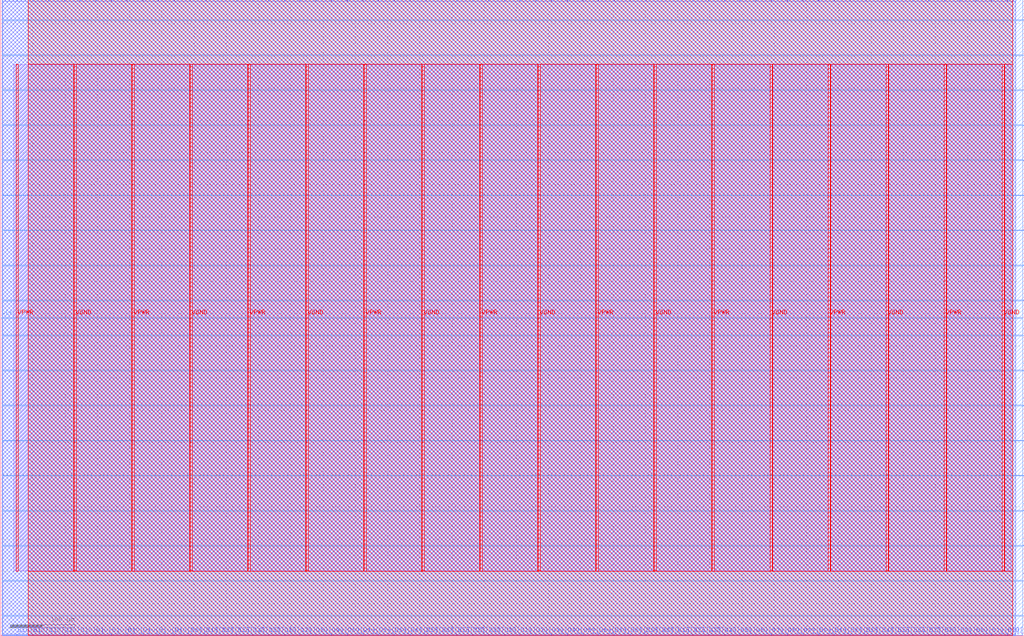
<source format=lef>
VERSION 5.7 ;
  NOWIREEXTENSIONATPIN ON ;
  DIVIDERCHAR "/" ;
  BUSBITCHARS "[]" ;
MACRO RAM512
  CLASS BLOCK ;
  FOREIGN RAM512 ;
  ORIGIN 0.000 0.000 ;
  SIZE 1587.460 BY 987.360 ;
  PIN A0[0]
    DIRECTION INPUT ;
    USE SIGNAL ;
    PORT
      LAYER met3 ;
        RECT 1585.460 520.240 1587.460 520.840 ;
    END
  END A0[0]
  PIN A0[1]
    DIRECTION INPUT ;
    USE SIGNAL ;
    PORT
      LAYER met3 ;
        RECT 1585.460 574.640 1587.460 575.240 ;
    END
  END A0[1]
  PIN A0[2]
    DIRECTION INPUT ;
    USE SIGNAL ;
    PORT
      LAYER met3 ;
        RECT 1585.460 629.040 1587.460 629.640 ;
    END
  END A0[2]
  PIN A0[3]
    DIRECTION INPUT ;
    USE SIGNAL ;
    PORT
      LAYER met3 ;
        RECT 1585.460 683.440 1587.460 684.040 ;
    END
  END A0[3]
  PIN A0[4]
    DIRECTION INPUT ;
    USE SIGNAL ;
    PORT
      LAYER met3 ;
        RECT 1585.460 737.840 1587.460 738.440 ;
    END
  END A0[4]
  PIN A0[5]
    DIRECTION INPUT ;
    USE SIGNAL ;
    PORT
      LAYER met3 ;
        RECT 1585.460 792.240 1587.460 792.840 ;
    END
  END A0[5]
  PIN A0[6]
    DIRECTION INPUT ;
    USE SIGNAL ;
    PORT
      LAYER met3 ;
        RECT 1585.460 846.640 1587.460 847.240 ;
    END
  END A0[6]
  PIN A0[7]
    DIRECTION INPUT ;
    USE SIGNAL ;
    PORT
      LAYER met3 ;
        RECT 1585.460 901.040 1587.460 901.640 ;
    END
  END A0[7]
  PIN A0[8]
    DIRECTION INPUT ;
    USE SIGNAL ;
    PORT
      LAYER met3 ;
        RECT 1585.460 955.440 1587.460 956.040 ;
    END
  END A0[8]
  PIN CLK
    DIRECTION INPUT ;
    USE SIGNAL ;
    PORT
      LAYER met3 ;
        RECT 0.000 493.040 2.000 493.640 ;
    END
  END CLK
  PIN Di0[0]
    DIRECTION INPUT ;
    USE SIGNAL ;
    PORT
      LAYER met2 ;
        RECT 25.390 0.000 25.670 2.000 ;
    END
  END Di0[0]
  PIN Di0[10]
    DIRECTION INPUT ;
    USE SIGNAL ;
    PORT
      LAYER met2 ;
        RECT 269.190 0.000 269.470 2.000 ;
    END
  END Di0[10]
  PIN Di0[11]
    DIRECTION INPUT ;
    USE SIGNAL ;
    PORT
      LAYER met2 ;
        RECT 293.570 0.000 293.850 2.000 ;
    END
  END Di0[11]
  PIN Di0[12]
    DIRECTION INPUT ;
    USE SIGNAL ;
    PORT
      LAYER met2 ;
        RECT 317.950 0.000 318.230 2.000 ;
    END
  END Di0[12]
  PIN Di0[13]
    DIRECTION INPUT ;
    USE SIGNAL ;
    PORT
      LAYER met2 ;
        RECT 342.330 0.000 342.610 2.000 ;
    END
  END Di0[13]
  PIN Di0[14]
    DIRECTION INPUT ;
    USE SIGNAL ;
    PORT
      LAYER met2 ;
        RECT 366.710 0.000 366.990 2.000 ;
    END
  END Di0[14]
  PIN Di0[15]
    DIRECTION INPUT ;
    USE SIGNAL ;
    PORT
      LAYER met2 ;
        RECT 391.090 0.000 391.370 2.000 ;
    END
  END Di0[15]
  PIN Di0[16]
    DIRECTION INPUT ;
    USE SIGNAL ;
    PORT
      LAYER met2 ;
        RECT 415.470 0.000 415.750 2.000 ;
    END
  END Di0[16]
  PIN Di0[17]
    DIRECTION INPUT ;
    USE SIGNAL ;
    PORT
      LAYER met2 ;
        RECT 439.850 0.000 440.130 2.000 ;
    END
  END Di0[17]
  PIN Di0[18]
    DIRECTION INPUT ;
    USE SIGNAL ;
    PORT
      LAYER met2 ;
        RECT 464.230 0.000 464.510 2.000 ;
    END
  END Di0[18]
  PIN Di0[19]
    DIRECTION INPUT ;
    USE SIGNAL ;
    PORT
      LAYER met2 ;
        RECT 488.610 0.000 488.890 2.000 ;
    END
  END Di0[19]
  PIN Di0[1]
    DIRECTION INPUT ;
    USE SIGNAL ;
    PORT
      LAYER met2 ;
        RECT 49.770 0.000 50.050 2.000 ;
    END
  END Di0[1]
  PIN Di0[20]
    DIRECTION INPUT ;
    USE SIGNAL ;
    PORT
      LAYER met2 ;
        RECT 512.990 0.000 513.270 2.000 ;
    END
  END Di0[20]
  PIN Di0[21]
    DIRECTION INPUT ;
    USE SIGNAL ;
    PORT
      LAYER met2 ;
        RECT 537.370 0.000 537.650 2.000 ;
    END
  END Di0[21]
  PIN Di0[22]
    DIRECTION INPUT ;
    USE SIGNAL ;
    PORT
      LAYER met2 ;
        RECT 561.750 0.000 562.030 2.000 ;
    END
  END Di0[22]
  PIN Di0[23]
    DIRECTION INPUT ;
    USE SIGNAL ;
    PORT
      LAYER met2 ;
        RECT 586.130 0.000 586.410 2.000 ;
    END
  END Di0[23]
  PIN Di0[24]
    DIRECTION INPUT ;
    USE SIGNAL ;
    PORT
      LAYER met2 ;
        RECT 610.510 0.000 610.790 2.000 ;
    END
  END Di0[24]
  PIN Di0[25]
    DIRECTION INPUT ;
    USE SIGNAL ;
    PORT
      LAYER met2 ;
        RECT 634.890 0.000 635.170 2.000 ;
    END
  END Di0[25]
  PIN Di0[26]
    DIRECTION INPUT ;
    USE SIGNAL ;
    PORT
      LAYER met2 ;
        RECT 659.270 0.000 659.550 2.000 ;
    END
  END Di0[26]
  PIN Di0[27]
    DIRECTION INPUT ;
    USE SIGNAL ;
    PORT
      LAYER met2 ;
        RECT 683.650 0.000 683.930 2.000 ;
    END
  END Di0[27]
  PIN Di0[28]
    DIRECTION INPUT ;
    USE SIGNAL ;
    PORT
      LAYER met2 ;
        RECT 708.030 0.000 708.310 2.000 ;
    END
  END Di0[28]
  PIN Di0[29]
    DIRECTION INPUT ;
    USE SIGNAL ;
    PORT
      LAYER met2 ;
        RECT 732.410 0.000 732.690 2.000 ;
    END
  END Di0[29]
  PIN Di0[2]
    DIRECTION INPUT ;
    USE SIGNAL ;
    PORT
      LAYER met2 ;
        RECT 74.150 0.000 74.430 2.000 ;
    END
  END Di0[2]
  PIN Di0[30]
    DIRECTION INPUT ;
    USE SIGNAL ;
    PORT
      LAYER met2 ;
        RECT 756.790 0.000 757.070 2.000 ;
    END
  END Di0[30]
  PIN Di0[31]
    DIRECTION INPUT ;
    USE SIGNAL ;
    PORT
      LAYER met2 ;
        RECT 781.170 0.000 781.450 2.000 ;
    END
  END Di0[31]
  PIN Di0[32]
    DIRECTION INPUT ;
    USE SIGNAL ;
    PORT
      LAYER met2 ;
        RECT 805.550 0.000 805.830 2.000 ;
    END
  END Di0[32]
  PIN Di0[33]
    DIRECTION INPUT ;
    USE SIGNAL ;
    PORT
      LAYER met2 ;
        RECT 829.930 0.000 830.210 2.000 ;
    END
  END Di0[33]
  PIN Di0[34]
    DIRECTION INPUT ;
    USE SIGNAL ;
    PORT
      LAYER met2 ;
        RECT 854.310 0.000 854.590 2.000 ;
    END
  END Di0[34]
  PIN Di0[35]
    DIRECTION INPUT ;
    USE SIGNAL ;
    PORT
      LAYER met2 ;
        RECT 878.690 0.000 878.970 2.000 ;
    END
  END Di0[35]
  PIN Di0[36]
    DIRECTION INPUT ;
    USE SIGNAL ;
    PORT
      LAYER met2 ;
        RECT 903.070 0.000 903.350 2.000 ;
    END
  END Di0[36]
  PIN Di0[37]
    DIRECTION INPUT ;
    USE SIGNAL ;
    PORT
      LAYER met2 ;
        RECT 927.450 0.000 927.730 2.000 ;
    END
  END Di0[37]
  PIN Di0[38]
    DIRECTION INPUT ;
    USE SIGNAL ;
    PORT
      LAYER met2 ;
        RECT 951.830 0.000 952.110 2.000 ;
    END
  END Di0[38]
  PIN Di0[39]
    DIRECTION INPUT ;
    USE SIGNAL ;
    PORT
      LAYER met2 ;
        RECT 976.210 0.000 976.490 2.000 ;
    END
  END Di0[39]
  PIN Di0[3]
    DIRECTION INPUT ;
    USE SIGNAL ;
    PORT
      LAYER met2 ;
        RECT 98.530 0.000 98.810 2.000 ;
    END
  END Di0[3]
  PIN Di0[40]
    DIRECTION INPUT ;
    USE SIGNAL ;
    PORT
      LAYER met2 ;
        RECT 1000.590 0.000 1000.870 2.000 ;
    END
  END Di0[40]
  PIN Di0[41]
    DIRECTION INPUT ;
    USE SIGNAL ;
    PORT
      LAYER met2 ;
        RECT 1024.970 0.000 1025.250 2.000 ;
    END
  END Di0[41]
  PIN Di0[42]
    DIRECTION INPUT ;
    USE SIGNAL ;
    PORT
      LAYER met2 ;
        RECT 1049.350 0.000 1049.630 2.000 ;
    END
  END Di0[42]
  PIN Di0[43]
    DIRECTION INPUT ;
    USE SIGNAL ;
    PORT
      LAYER met2 ;
        RECT 1073.730 0.000 1074.010 2.000 ;
    END
  END Di0[43]
  PIN Di0[44]
    DIRECTION INPUT ;
    USE SIGNAL ;
    PORT
      LAYER met2 ;
        RECT 1098.110 0.000 1098.390 2.000 ;
    END
  END Di0[44]
  PIN Di0[45]
    DIRECTION INPUT ;
    USE SIGNAL ;
    PORT
      LAYER met2 ;
        RECT 1122.490 0.000 1122.770 2.000 ;
    END
  END Di0[45]
  PIN Di0[46]
    DIRECTION INPUT ;
    USE SIGNAL ;
    PORT
      LAYER met2 ;
        RECT 1146.870 0.000 1147.150 2.000 ;
    END
  END Di0[46]
  PIN Di0[47]
    DIRECTION INPUT ;
    USE SIGNAL ;
    PORT
      LAYER met2 ;
        RECT 1171.250 0.000 1171.530 2.000 ;
    END
  END Di0[47]
  PIN Di0[48]
    DIRECTION INPUT ;
    USE SIGNAL ;
    PORT
      LAYER met2 ;
        RECT 1195.630 0.000 1195.910 2.000 ;
    END
  END Di0[48]
  PIN Di0[49]
    DIRECTION INPUT ;
    USE SIGNAL ;
    PORT
      LAYER met2 ;
        RECT 1220.010 0.000 1220.290 2.000 ;
    END
  END Di0[49]
  PIN Di0[4]
    DIRECTION INPUT ;
    USE SIGNAL ;
    PORT
      LAYER met2 ;
        RECT 122.910 0.000 123.190 2.000 ;
    END
  END Di0[4]
  PIN Di0[50]
    DIRECTION INPUT ;
    USE SIGNAL ;
    PORT
      LAYER met2 ;
        RECT 1244.390 0.000 1244.670 2.000 ;
    END
  END Di0[50]
  PIN Di0[51]
    DIRECTION INPUT ;
    USE SIGNAL ;
    PORT
      LAYER met2 ;
        RECT 1268.770 0.000 1269.050 2.000 ;
    END
  END Di0[51]
  PIN Di0[52]
    DIRECTION INPUT ;
    USE SIGNAL ;
    PORT
      LAYER met2 ;
        RECT 1293.150 0.000 1293.430 2.000 ;
    END
  END Di0[52]
  PIN Di0[53]
    DIRECTION INPUT ;
    USE SIGNAL ;
    PORT
      LAYER met2 ;
        RECT 1317.530 0.000 1317.810 2.000 ;
    END
  END Di0[53]
  PIN Di0[54]
    DIRECTION INPUT ;
    USE SIGNAL ;
    PORT
      LAYER met2 ;
        RECT 1341.910 0.000 1342.190 2.000 ;
    END
  END Di0[54]
  PIN Di0[55]
    DIRECTION INPUT ;
    USE SIGNAL ;
    PORT
      LAYER met2 ;
        RECT 1366.290 0.000 1366.570 2.000 ;
    END
  END Di0[55]
  PIN Di0[56]
    DIRECTION INPUT ;
    USE SIGNAL ;
    PORT
      LAYER met2 ;
        RECT 1390.670 0.000 1390.950 2.000 ;
    END
  END Di0[56]
  PIN Di0[57]
    DIRECTION INPUT ;
    USE SIGNAL ;
    PORT
      LAYER met2 ;
        RECT 1415.050 0.000 1415.330 2.000 ;
    END
  END Di0[57]
  PIN Di0[58]
    DIRECTION INPUT ;
    USE SIGNAL ;
    PORT
      LAYER met2 ;
        RECT 1439.430 0.000 1439.710 2.000 ;
    END
  END Di0[58]
  PIN Di0[59]
    DIRECTION INPUT ;
    USE SIGNAL ;
    PORT
      LAYER met2 ;
        RECT 1463.810 0.000 1464.090 2.000 ;
    END
  END Di0[59]
  PIN Di0[5]
    DIRECTION INPUT ;
    USE SIGNAL ;
    PORT
      LAYER met2 ;
        RECT 147.290 0.000 147.570 2.000 ;
    END
  END Di0[5]
  PIN Di0[60]
    DIRECTION INPUT ;
    USE SIGNAL ;
    PORT
      LAYER met2 ;
        RECT 1488.190 0.000 1488.470 2.000 ;
    END
  END Di0[60]
  PIN Di0[61]
    DIRECTION INPUT ;
    USE SIGNAL ;
    PORT
      LAYER met2 ;
        RECT 1512.570 0.000 1512.850 2.000 ;
    END
  END Di0[61]
  PIN Di0[62]
    DIRECTION INPUT ;
    USE SIGNAL ;
    PORT
      LAYER met2 ;
        RECT 1536.950 0.000 1537.230 2.000 ;
    END
  END Di0[62]
  PIN Di0[63]
    DIRECTION INPUT ;
    USE SIGNAL ;
    PORT
      LAYER met2 ;
        RECT 1561.330 0.000 1561.610 2.000 ;
    END
  END Di0[63]
  PIN Di0[6]
    DIRECTION INPUT ;
    USE SIGNAL ;
    PORT
      LAYER met2 ;
        RECT 171.670 0.000 171.950 2.000 ;
    END
  END Di0[6]
  PIN Di0[7]
    DIRECTION INPUT ;
    USE SIGNAL ;
    PORT
      LAYER met2 ;
        RECT 196.050 0.000 196.330 2.000 ;
    END
  END Di0[7]
  PIN Di0[8]
    DIRECTION INPUT ;
    USE SIGNAL ;
    PORT
      LAYER met2 ;
        RECT 220.430 0.000 220.710 2.000 ;
    END
  END Di0[8]
  PIN Di0[9]
    DIRECTION INPUT ;
    USE SIGNAL ;
    PORT
      LAYER met2 ;
        RECT 244.810 0.000 245.090 2.000 ;
    END
  END Di0[9]
  PIN Do0[0]
    DIRECTION OUTPUT TRISTATE ;
    USE SIGNAL ;
    PORT
      LAYER met2 ;
        RECT 25.390 985.360 25.670 987.360 ;
    END
  END Do0[0]
  PIN Do0[10]
    DIRECTION OUTPUT TRISTATE ;
    USE SIGNAL ;
    PORT
      LAYER met2 ;
        RECT 269.190 985.360 269.470 987.360 ;
    END
  END Do0[10]
  PIN Do0[11]
    DIRECTION OUTPUT TRISTATE ;
    USE SIGNAL ;
    PORT
      LAYER met2 ;
        RECT 293.570 985.360 293.850 987.360 ;
    END
  END Do0[11]
  PIN Do0[12]
    DIRECTION OUTPUT TRISTATE ;
    USE SIGNAL ;
    PORT
      LAYER met2 ;
        RECT 317.950 985.360 318.230 987.360 ;
    END
  END Do0[12]
  PIN Do0[13]
    DIRECTION OUTPUT TRISTATE ;
    USE SIGNAL ;
    PORT
      LAYER met2 ;
        RECT 342.330 985.360 342.610 987.360 ;
    END
  END Do0[13]
  PIN Do0[14]
    DIRECTION OUTPUT TRISTATE ;
    USE SIGNAL ;
    PORT
      LAYER met2 ;
        RECT 366.710 985.360 366.990 987.360 ;
    END
  END Do0[14]
  PIN Do0[15]
    DIRECTION OUTPUT TRISTATE ;
    USE SIGNAL ;
    PORT
      LAYER met2 ;
        RECT 391.090 985.360 391.370 987.360 ;
    END
  END Do0[15]
  PIN Do0[16]
    DIRECTION OUTPUT TRISTATE ;
    USE SIGNAL ;
    PORT
      LAYER met2 ;
        RECT 415.470 985.360 415.750 987.360 ;
    END
  END Do0[16]
  PIN Do0[17]
    DIRECTION OUTPUT TRISTATE ;
    USE SIGNAL ;
    PORT
      LAYER met2 ;
        RECT 439.850 985.360 440.130 987.360 ;
    END
  END Do0[17]
  PIN Do0[18]
    DIRECTION OUTPUT TRISTATE ;
    USE SIGNAL ;
    PORT
      LAYER met2 ;
        RECT 464.230 985.360 464.510 987.360 ;
    END
  END Do0[18]
  PIN Do0[19]
    DIRECTION OUTPUT TRISTATE ;
    USE SIGNAL ;
    PORT
      LAYER met2 ;
        RECT 488.610 985.360 488.890 987.360 ;
    END
  END Do0[19]
  PIN Do0[1]
    DIRECTION OUTPUT TRISTATE ;
    USE SIGNAL ;
    PORT
      LAYER met2 ;
        RECT 49.770 985.360 50.050 987.360 ;
    END
  END Do0[1]
  PIN Do0[20]
    DIRECTION OUTPUT TRISTATE ;
    USE SIGNAL ;
    PORT
      LAYER met2 ;
        RECT 512.990 985.360 513.270 987.360 ;
    END
  END Do0[20]
  PIN Do0[21]
    DIRECTION OUTPUT TRISTATE ;
    USE SIGNAL ;
    PORT
      LAYER met2 ;
        RECT 537.370 985.360 537.650 987.360 ;
    END
  END Do0[21]
  PIN Do0[22]
    DIRECTION OUTPUT TRISTATE ;
    USE SIGNAL ;
    PORT
      LAYER met2 ;
        RECT 561.750 985.360 562.030 987.360 ;
    END
  END Do0[22]
  PIN Do0[23]
    DIRECTION OUTPUT TRISTATE ;
    USE SIGNAL ;
    PORT
      LAYER met2 ;
        RECT 586.130 985.360 586.410 987.360 ;
    END
  END Do0[23]
  PIN Do0[24]
    DIRECTION OUTPUT TRISTATE ;
    USE SIGNAL ;
    PORT
      LAYER met2 ;
        RECT 610.510 985.360 610.790 987.360 ;
    END
  END Do0[24]
  PIN Do0[25]
    DIRECTION OUTPUT TRISTATE ;
    USE SIGNAL ;
    PORT
      LAYER met2 ;
        RECT 634.890 985.360 635.170 987.360 ;
    END
  END Do0[25]
  PIN Do0[26]
    DIRECTION OUTPUT TRISTATE ;
    USE SIGNAL ;
    PORT
      LAYER met2 ;
        RECT 659.270 985.360 659.550 987.360 ;
    END
  END Do0[26]
  PIN Do0[27]
    DIRECTION OUTPUT TRISTATE ;
    USE SIGNAL ;
    PORT
      LAYER met2 ;
        RECT 683.650 985.360 683.930 987.360 ;
    END
  END Do0[27]
  PIN Do0[28]
    DIRECTION OUTPUT TRISTATE ;
    USE SIGNAL ;
    PORT
      LAYER met2 ;
        RECT 708.030 985.360 708.310 987.360 ;
    END
  END Do0[28]
  PIN Do0[29]
    DIRECTION OUTPUT TRISTATE ;
    USE SIGNAL ;
    PORT
      LAYER met2 ;
        RECT 732.410 985.360 732.690 987.360 ;
    END
  END Do0[29]
  PIN Do0[2]
    DIRECTION OUTPUT TRISTATE ;
    USE SIGNAL ;
    PORT
      LAYER met2 ;
        RECT 74.150 985.360 74.430 987.360 ;
    END
  END Do0[2]
  PIN Do0[30]
    DIRECTION OUTPUT TRISTATE ;
    USE SIGNAL ;
    PORT
      LAYER met2 ;
        RECT 756.790 985.360 757.070 987.360 ;
    END
  END Do0[30]
  PIN Do0[31]
    DIRECTION OUTPUT TRISTATE ;
    USE SIGNAL ;
    PORT
      LAYER met2 ;
        RECT 781.170 985.360 781.450 987.360 ;
    END
  END Do0[31]
  PIN Do0[32]
    DIRECTION OUTPUT TRISTATE ;
    USE SIGNAL ;
    PORT
      LAYER met2 ;
        RECT 805.550 985.360 805.830 987.360 ;
    END
  END Do0[32]
  PIN Do0[33]
    DIRECTION OUTPUT TRISTATE ;
    USE SIGNAL ;
    PORT
      LAYER met2 ;
        RECT 829.930 985.360 830.210 987.360 ;
    END
  END Do0[33]
  PIN Do0[34]
    DIRECTION OUTPUT TRISTATE ;
    USE SIGNAL ;
    PORT
      LAYER met2 ;
        RECT 854.310 985.360 854.590 987.360 ;
    END
  END Do0[34]
  PIN Do0[35]
    DIRECTION OUTPUT TRISTATE ;
    USE SIGNAL ;
    PORT
      LAYER met2 ;
        RECT 878.690 985.360 878.970 987.360 ;
    END
  END Do0[35]
  PIN Do0[36]
    DIRECTION OUTPUT TRISTATE ;
    USE SIGNAL ;
    PORT
      LAYER met2 ;
        RECT 903.070 985.360 903.350 987.360 ;
    END
  END Do0[36]
  PIN Do0[37]
    DIRECTION OUTPUT TRISTATE ;
    USE SIGNAL ;
    PORT
      LAYER met2 ;
        RECT 927.450 985.360 927.730 987.360 ;
    END
  END Do0[37]
  PIN Do0[38]
    DIRECTION OUTPUT TRISTATE ;
    USE SIGNAL ;
    PORT
      LAYER met2 ;
        RECT 951.830 985.360 952.110 987.360 ;
    END
  END Do0[38]
  PIN Do0[39]
    DIRECTION OUTPUT TRISTATE ;
    USE SIGNAL ;
    PORT
      LAYER met2 ;
        RECT 976.210 985.360 976.490 987.360 ;
    END
  END Do0[39]
  PIN Do0[3]
    DIRECTION OUTPUT TRISTATE ;
    USE SIGNAL ;
    PORT
      LAYER met2 ;
        RECT 98.530 985.360 98.810 987.360 ;
    END
  END Do0[3]
  PIN Do0[40]
    DIRECTION OUTPUT TRISTATE ;
    USE SIGNAL ;
    PORT
      LAYER met2 ;
        RECT 1000.590 985.360 1000.870 987.360 ;
    END
  END Do0[40]
  PIN Do0[41]
    DIRECTION OUTPUT TRISTATE ;
    USE SIGNAL ;
    PORT
      LAYER met2 ;
        RECT 1024.970 985.360 1025.250 987.360 ;
    END
  END Do0[41]
  PIN Do0[42]
    DIRECTION OUTPUT TRISTATE ;
    USE SIGNAL ;
    PORT
      LAYER met2 ;
        RECT 1049.350 985.360 1049.630 987.360 ;
    END
  END Do0[42]
  PIN Do0[43]
    DIRECTION OUTPUT TRISTATE ;
    USE SIGNAL ;
    PORT
      LAYER met2 ;
        RECT 1073.730 985.360 1074.010 987.360 ;
    END
  END Do0[43]
  PIN Do0[44]
    DIRECTION OUTPUT TRISTATE ;
    USE SIGNAL ;
    PORT
      LAYER met2 ;
        RECT 1098.110 985.360 1098.390 987.360 ;
    END
  END Do0[44]
  PIN Do0[45]
    DIRECTION OUTPUT TRISTATE ;
    USE SIGNAL ;
    PORT
      LAYER met2 ;
        RECT 1122.490 985.360 1122.770 987.360 ;
    END
  END Do0[45]
  PIN Do0[46]
    DIRECTION OUTPUT TRISTATE ;
    USE SIGNAL ;
    PORT
      LAYER met2 ;
        RECT 1146.870 985.360 1147.150 987.360 ;
    END
  END Do0[46]
  PIN Do0[47]
    DIRECTION OUTPUT TRISTATE ;
    USE SIGNAL ;
    PORT
      LAYER met2 ;
        RECT 1171.250 985.360 1171.530 987.360 ;
    END
  END Do0[47]
  PIN Do0[48]
    DIRECTION OUTPUT TRISTATE ;
    USE SIGNAL ;
    PORT
      LAYER met2 ;
        RECT 1195.630 985.360 1195.910 987.360 ;
    END
  END Do0[48]
  PIN Do0[49]
    DIRECTION OUTPUT TRISTATE ;
    USE SIGNAL ;
    PORT
      LAYER met2 ;
        RECT 1220.010 985.360 1220.290 987.360 ;
    END
  END Do0[49]
  PIN Do0[4]
    DIRECTION OUTPUT TRISTATE ;
    USE SIGNAL ;
    PORT
      LAYER met2 ;
        RECT 122.910 985.360 123.190 987.360 ;
    END
  END Do0[4]
  PIN Do0[50]
    DIRECTION OUTPUT TRISTATE ;
    USE SIGNAL ;
    PORT
      LAYER met2 ;
        RECT 1244.390 985.360 1244.670 987.360 ;
    END
  END Do0[50]
  PIN Do0[51]
    DIRECTION OUTPUT TRISTATE ;
    USE SIGNAL ;
    PORT
      LAYER met2 ;
        RECT 1268.770 985.360 1269.050 987.360 ;
    END
  END Do0[51]
  PIN Do0[52]
    DIRECTION OUTPUT TRISTATE ;
    USE SIGNAL ;
    PORT
      LAYER met2 ;
        RECT 1293.150 985.360 1293.430 987.360 ;
    END
  END Do0[52]
  PIN Do0[53]
    DIRECTION OUTPUT TRISTATE ;
    USE SIGNAL ;
    PORT
      LAYER met2 ;
        RECT 1317.530 985.360 1317.810 987.360 ;
    END
  END Do0[53]
  PIN Do0[54]
    DIRECTION OUTPUT TRISTATE ;
    USE SIGNAL ;
    PORT
      LAYER met2 ;
        RECT 1341.910 985.360 1342.190 987.360 ;
    END
  END Do0[54]
  PIN Do0[55]
    DIRECTION OUTPUT TRISTATE ;
    USE SIGNAL ;
    PORT
      LAYER met2 ;
        RECT 1366.290 985.360 1366.570 987.360 ;
    END
  END Do0[55]
  PIN Do0[56]
    DIRECTION OUTPUT TRISTATE ;
    USE SIGNAL ;
    PORT
      LAYER met2 ;
        RECT 1390.670 985.360 1390.950 987.360 ;
    END
  END Do0[56]
  PIN Do0[57]
    DIRECTION OUTPUT TRISTATE ;
    USE SIGNAL ;
    PORT
      LAYER met2 ;
        RECT 1415.050 985.360 1415.330 987.360 ;
    END
  END Do0[57]
  PIN Do0[58]
    DIRECTION OUTPUT TRISTATE ;
    USE SIGNAL ;
    PORT
      LAYER met2 ;
        RECT 1439.430 985.360 1439.710 987.360 ;
    END
  END Do0[58]
  PIN Do0[59]
    DIRECTION OUTPUT TRISTATE ;
    USE SIGNAL ;
    PORT
      LAYER met2 ;
        RECT 1463.810 985.360 1464.090 987.360 ;
    END
  END Do0[59]
  PIN Do0[5]
    DIRECTION OUTPUT TRISTATE ;
    USE SIGNAL ;
    PORT
      LAYER met2 ;
        RECT 147.290 985.360 147.570 987.360 ;
    END
  END Do0[5]
  PIN Do0[60]
    DIRECTION OUTPUT TRISTATE ;
    USE SIGNAL ;
    PORT
      LAYER met2 ;
        RECT 1488.190 985.360 1488.470 987.360 ;
    END
  END Do0[60]
  PIN Do0[61]
    DIRECTION OUTPUT TRISTATE ;
    USE SIGNAL ;
    PORT
      LAYER met2 ;
        RECT 1512.570 985.360 1512.850 987.360 ;
    END
  END Do0[61]
  PIN Do0[62]
    DIRECTION OUTPUT TRISTATE ;
    USE SIGNAL ;
    PORT
      LAYER met2 ;
        RECT 1536.950 985.360 1537.230 987.360 ;
    END
  END Do0[62]
  PIN Do0[63]
    DIRECTION OUTPUT TRISTATE ;
    USE SIGNAL ;
    PORT
      LAYER met2 ;
        RECT 1561.330 985.360 1561.610 987.360 ;
    END
  END Do0[63]
  PIN Do0[6]
    DIRECTION OUTPUT TRISTATE ;
    USE SIGNAL ;
    PORT
      LAYER met2 ;
        RECT 171.670 985.360 171.950 987.360 ;
    END
  END Do0[6]
  PIN Do0[7]
    DIRECTION OUTPUT TRISTATE ;
    USE SIGNAL ;
    PORT
      LAYER met2 ;
        RECT 196.050 985.360 196.330 987.360 ;
    END
  END Do0[7]
  PIN Do0[8]
    DIRECTION OUTPUT TRISTATE ;
    USE SIGNAL ;
    PORT
      LAYER met2 ;
        RECT 220.430 985.360 220.710 987.360 ;
    END
  END Do0[8]
  PIN Do0[9]
    DIRECTION OUTPUT TRISTATE ;
    USE SIGNAL ;
    PORT
      LAYER met2 ;
        RECT 244.810 985.360 245.090 987.360 ;
    END
  END Do0[9]
  PIN EN0
    DIRECTION INPUT ;
    USE SIGNAL ;
    PORT
      LAYER met3 ;
        RECT 1585.460 30.640 1587.460 31.240 ;
    END
  END EN0
  PIN VGND
    DIRECTION INOUT ;
    USE GROUND ;
    PORT
      LAYER met4 ;
        RECT 113.690 100.400 116.790 886.960 ;
    END
    PORT
      LAYER met4 ;
        RECT 293.690 100.400 296.790 886.960 ;
    END
    PORT
      LAYER met4 ;
        RECT 473.690 100.400 476.790 886.960 ;
    END
    PORT
      LAYER met4 ;
        RECT 653.690 100.400 656.790 886.960 ;
    END
    PORT
      LAYER met4 ;
        RECT 833.690 100.400 836.790 886.960 ;
    END
    PORT
      LAYER met4 ;
        RECT 1013.690 100.400 1016.790 886.960 ;
    END
    PORT
      LAYER met4 ;
        RECT 1193.690 100.400 1196.790 886.960 ;
    END
    PORT
      LAYER met4 ;
        RECT 1373.690 100.400 1376.790 886.960 ;
    END
    PORT
      LAYER met4 ;
        RECT 1553.690 100.400 1556.790 886.960 ;
    END
  END VGND
  PIN VPWR
    DIRECTION INOUT ;
    USE POWER ;
    PORT
      LAYER met4 ;
        RECT 23.690 100.400 26.790 886.960 ;
    END
    PORT
      LAYER met4 ;
        RECT 203.690 100.400 206.790 886.960 ;
    END
    PORT
      LAYER met4 ;
        RECT 383.690 100.400 386.790 886.960 ;
    END
    PORT
      LAYER met4 ;
        RECT 563.690 100.400 566.790 886.960 ;
    END
    PORT
      LAYER met4 ;
        RECT 743.690 100.400 746.790 886.960 ;
    END
    PORT
      LAYER met4 ;
        RECT 923.690 100.400 926.790 886.960 ;
    END
    PORT
      LAYER met4 ;
        RECT 1103.690 100.400 1106.790 886.960 ;
    END
    PORT
      LAYER met4 ;
        RECT 1283.690 100.400 1286.790 886.960 ;
    END
    PORT
      LAYER met4 ;
        RECT 1463.690 100.400 1466.790 886.960 ;
    END
  END VPWR
  PIN WE0[0]
    DIRECTION INPUT ;
    USE SIGNAL ;
    PORT
      LAYER met3 ;
        RECT 1585.460 85.040 1587.460 85.640 ;
    END
  END WE0[0]
  PIN WE0[1]
    DIRECTION INPUT ;
    USE SIGNAL ;
    PORT
      LAYER met3 ;
        RECT 1585.460 139.440 1587.460 140.040 ;
    END
  END WE0[1]
  PIN WE0[2]
    DIRECTION INPUT ;
    USE SIGNAL ;
    PORT
      LAYER met3 ;
        RECT 1585.460 193.840 1587.460 194.440 ;
    END
  END WE0[2]
  PIN WE0[3]
    DIRECTION INPUT ;
    USE SIGNAL ;
    PORT
      LAYER met3 ;
        RECT 1585.460 248.240 1587.460 248.840 ;
    END
  END WE0[3]
  PIN WE0[4]
    DIRECTION INPUT ;
    USE SIGNAL ;
    PORT
      LAYER met3 ;
        RECT 1585.460 302.640 1587.460 303.240 ;
    END
  END WE0[4]
  PIN WE0[5]
    DIRECTION INPUT ;
    USE SIGNAL ;
    PORT
      LAYER met3 ;
        RECT 1585.460 357.040 1587.460 357.640 ;
    END
  END WE0[5]
  PIN WE0[6]
    DIRECTION INPUT ;
    USE SIGNAL ;
    PORT
      LAYER met3 ;
        RECT 1585.460 411.440 1587.460 412.040 ;
    END
  END WE0[6]
  PIN WE0[7]
    DIRECTION INPUT ;
    USE SIGNAL ;
    PORT
      LAYER met3 ;
        RECT 1585.460 465.840 1587.460 466.440 ;
    END
  END WE0[7]
  OBS
      LAYER li1 ;
        RECT 20.240 100.555 1567.220 886.805 ;
      LAYER met1 ;
        RECT 3.290 0.380 1574.510 987.320 ;
      LAYER met2 ;
        RECT 3.320 985.080 25.110 987.350 ;
        RECT 25.950 985.080 49.490 987.350 ;
        RECT 50.330 985.080 73.870 987.350 ;
        RECT 74.710 985.080 98.250 987.350 ;
        RECT 99.090 985.080 122.630 987.350 ;
        RECT 123.470 985.080 147.010 987.350 ;
        RECT 147.850 985.080 171.390 987.350 ;
        RECT 172.230 985.080 195.770 987.350 ;
        RECT 196.610 985.080 220.150 987.350 ;
        RECT 220.990 985.080 244.530 987.350 ;
        RECT 245.370 985.080 268.910 987.350 ;
        RECT 269.750 985.080 293.290 987.350 ;
        RECT 294.130 985.080 317.670 987.350 ;
        RECT 318.510 985.080 342.050 987.350 ;
        RECT 342.890 985.080 366.430 987.350 ;
        RECT 367.270 985.080 390.810 987.350 ;
        RECT 391.650 985.080 415.190 987.350 ;
        RECT 416.030 985.080 439.570 987.350 ;
        RECT 440.410 985.080 463.950 987.350 ;
        RECT 464.790 985.080 488.330 987.350 ;
        RECT 489.170 985.080 512.710 987.350 ;
        RECT 513.550 985.080 537.090 987.350 ;
        RECT 537.930 985.080 561.470 987.350 ;
        RECT 562.310 985.080 585.850 987.350 ;
        RECT 586.690 985.080 610.230 987.350 ;
        RECT 611.070 985.080 634.610 987.350 ;
        RECT 635.450 985.080 658.990 987.350 ;
        RECT 659.830 985.080 683.370 987.350 ;
        RECT 684.210 985.080 707.750 987.350 ;
        RECT 708.590 985.080 732.130 987.350 ;
        RECT 732.970 985.080 756.510 987.350 ;
        RECT 757.350 985.080 780.890 987.350 ;
        RECT 781.730 985.080 805.270 987.350 ;
        RECT 806.110 985.080 829.650 987.350 ;
        RECT 830.490 985.080 854.030 987.350 ;
        RECT 854.870 985.080 878.410 987.350 ;
        RECT 879.250 985.080 902.790 987.350 ;
        RECT 903.630 985.080 927.170 987.350 ;
        RECT 928.010 985.080 951.550 987.350 ;
        RECT 952.390 985.080 975.930 987.350 ;
        RECT 976.770 985.080 1000.310 987.350 ;
        RECT 1001.150 985.080 1024.690 987.350 ;
        RECT 1025.530 985.080 1049.070 987.350 ;
        RECT 1049.910 985.080 1073.450 987.350 ;
        RECT 1074.290 985.080 1097.830 987.350 ;
        RECT 1098.670 985.080 1122.210 987.350 ;
        RECT 1123.050 985.080 1146.590 987.350 ;
        RECT 1147.430 985.080 1170.970 987.350 ;
        RECT 1171.810 985.080 1195.350 987.350 ;
        RECT 1196.190 985.080 1219.730 987.350 ;
        RECT 1220.570 985.080 1244.110 987.350 ;
        RECT 1244.950 985.080 1268.490 987.350 ;
        RECT 1269.330 985.080 1292.870 987.350 ;
        RECT 1293.710 985.080 1317.250 987.350 ;
        RECT 1318.090 985.080 1341.630 987.350 ;
        RECT 1342.470 985.080 1366.010 987.350 ;
        RECT 1366.850 985.080 1390.390 987.350 ;
        RECT 1391.230 985.080 1414.770 987.350 ;
        RECT 1415.610 985.080 1439.150 987.350 ;
        RECT 1439.990 985.080 1463.530 987.350 ;
        RECT 1464.370 985.080 1487.910 987.350 ;
        RECT 1488.750 985.080 1512.290 987.350 ;
        RECT 1513.130 985.080 1536.670 987.350 ;
        RECT 1537.510 985.080 1561.050 987.350 ;
        RECT 1561.890 985.080 1574.480 987.350 ;
        RECT 3.320 2.280 1574.480 985.080 ;
        RECT 3.320 0.350 25.110 2.280 ;
        RECT 25.950 0.350 49.490 2.280 ;
        RECT 50.330 0.350 73.870 2.280 ;
        RECT 74.710 0.350 98.250 2.280 ;
        RECT 99.090 0.350 122.630 2.280 ;
        RECT 123.470 0.350 147.010 2.280 ;
        RECT 147.850 0.350 171.390 2.280 ;
        RECT 172.230 0.350 195.770 2.280 ;
        RECT 196.610 0.350 220.150 2.280 ;
        RECT 220.990 0.350 244.530 2.280 ;
        RECT 245.370 0.350 268.910 2.280 ;
        RECT 269.750 0.350 293.290 2.280 ;
        RECT 294.130 0.350 317.670 2.280 ;
        RECT 318.510 0.350 342.050 2.280 ;
        RECT 342.890 0.350 366.430 2.280 ;
        RECT 367.270 0.350 390.810 2.280 ;
        RECT 391.650 0.350 415.190 2.280 ;
        RECT 416.030 0.350 439.570 2.280 ;
        RECT 440.410 0.350 463.950 2.280 ;
        RECT 464.790 0.350 488.330 2.280 ;
        RECT 489.170 0.350 512.710 2.280 ;
        RECT 513.550 0.350 537.090 2.280 ;
        RECT 537.930 0.350 561.470 2.280 ;
        RECT 562.310 0.350 585.850 2.280 ;
        RECT 586.690 0.350 610.230 2.280 ;
        RECT 611.070 0.350 634.610 2.280 ;
        RECT 635.450 0.350 658.990 2.280 ;
        RECT 659.830 0.350 683.370 2.280 ;
        RECT 684.210 0.350 707.750 2.280 ;
        RECT 708.590 0.350 732.130 2.280 ;
        RECT 732.970 0.350 756.510 2.280 ;
        RECT 757.350 0.350 780.890 2.280 ;
        RECT 781.730 0.350 805.270 2.280 ;
        RECT 806.110 0.350 829.650 2.280 ;
        RECT 830.490 0.350 854.030 2.280 ;
        RECT 854.870 0.350 878.410 2.280 ;
        RECT 879.250 0.350 902.790 2.280 ;
        RECT 903.630 0.350 927.170 2.280 ;
        RECT 928.010 0.350 951.550 2.280 ;
        RECT 952.390 0.350 975.930 2.280 ;
        RECT 976.770 0.350 1000.310 2.280 ;
        RECT 1001.150 0.350 1024.690 2.280 ;
        RECT 1025.530 0.350 1049.070 2.280 ;
        RECT 1049.910 0.350 1073.450 2.280 ;
        RECT 1074.290 0.350 1097.830 2.280 ;
        RECT 1098.670 0.350 1122.210 2.280 ;
        RECT 1123.050 0.350 1146.590 2.280 ;
        RECT 1147.430 0.350 1170.970 2.280 ;
        RECT 1171.810 0.350 1195.350 2.280 ;
        RECT 1196.190 0.350 1219.730 2.280 ;
        RECT 1220.570 0.350 1244.110 2.280 ;
        RECT 1244.950 0.350 1268.490 2.280 ;
        RECT 1269.330 0.350 1292.870 2.280 ;
        RECT 1293.710 0.350 1317.250 2.280 ;
        RECT 1318.090 0.350 1341.630 2.280 ;
        RECT 1342.470 0.350 1366.010 2.280 ;
        RECT 1366.850 0.350 1390.390 2.280 ;
        RECT 1391.230 0.350 1414.770 2.280 ;
        RECT 1415.610 0.350 1439.150 2.280 ;
        RECT 1439.990 0.350 1463.530 2.280 ;
        RECT 1464.370 0.350 1487.910 2.280 ;
        RECT 1488.750 0.350 1512.290 2.280 ;
        RECT 1513.130 0.350 1536.670 2.280 ;
        RECT 1537.510 0.350 1561.050 2.280 ;
        RECT 1561.890 0.350 1574.480 2.280 ;
      LAYER met3 ;
        RECT 2.000 956.440 1585.460 987.185 ;
        RECT 2.000 955.040 1585.060 956.440 ;
        RECT 2.000 902.040 1585.460 955.040 ;
        RECT 2.000 900.640 1585.060 902.040 ;
        RECT 2.000 847.640 1585.460 900.640 ;
        RECT 2.000 846.240 1585.060 847.640 ;
        RECT 2.000 793.240 1585.460 846.240 ;
        RECT 2.000 791.840 1585.060 793.240 ;
        RECT 2.000 738.840 1585.460 791.840 ;
        RECT 2.000 737.440 1585.060 738.840 ;
        RECT 2.000 684.440 1585.460 737.440 ;
        RECT 2.000 683.040 1585.060 684.440 ;
        RECT 2.000 630.040 1585.460 683.040 ;
        RECT 2.000 628.640 1585.060 630.040 ;
        RECT 2.000 575.640 1585.460 628.640 ;
        RECT 2.000 574.240 1585.060 575.640 ;
        RECT 2.000 521.240 1585.460 574.240 ;
        RECT 2.000 519.840 1585.060 521.240 ;
        RECT 2.000 494.040 1585.460 519.840 ;
        RECT 2.400 492.640 1585.460 494.040 ;
        RECT 2.000 466.840 1585.460 492.640 ;
        RECT 2.000 465.440 1585.060 466.840 ;
        RECT 2.000 412.440 1585.460 465.440 ;
        RECT 2.000 411.040 1585.060 412.440 ;
        RECT 2.000 358.040 1585.460 411.040 ;
        RECT 2.000 356.640 1585.060 358.040 ;
        RECT 2.000 303.640 1585.460 356.640 ;
        RECT 2.000 302.240 1585.060 303.640 ;
        RECT 2.000 249.240 1585.460 302.240 ;
        RECT 2.000 247.840 1585.060 249.240 ;
        RECT 2.000 194.840 1585.460 247.840 ;
        RECT 2.000 193.440 1585.060 194.840 ;
        RECT 2.000 140.440 1585.460 193.440 ;
        RECT 2.000 139.040 1585.060 140.440 ;
        RECT 2.000 86.040 1585.460 139.040 ;
        RECT 2.000 84.640 1585.060 86.040 ;
        RECT 2.000 31.640 1585.460 84.640 ;
        RECT 2.000 30.240 1585.060 31.640 ;
        RECT 2.000 0.855 1585.460 30.240 ;
      LAYER met4 ;
        RECT 42.615 887.360 1570.145 987.185 ;
        RECT 42.615 100.000 113.290 887.360 ;
        RECT 117.190 100.000 203.290 887.360 ;
        RECT 207.190 100.000 293.290 887.360 ;
        RECT 297.190 100.000 383.290 887.360 ;
        RECT 387.190 100.000 473.290 887.360 ;
        RECT 477.190 100.000 563.290 887.360 ;
        RECT 567.190 100.000 653.290 887.360 ;
        RECT 657.190 100.000 743.290 887.360 ;
        RECT 747.190 100.000 833.290 887.360 ;
        RECT 837.190 100.000 923.290 887.360 ;
        RECT 927.190 100.000 1013.290 887.360 ;
        RECT 1017.190 100.000 1103.290 887.360 ;
        RECT 1107.190 100.000 1193.290 887.360 ;
        RECT 1197.190 100.000 1283.290 887.360 ;
        RECT 1287.190 100.000 1373.290 887.360 ;
        RECT 1377.190 100.000 1463.290 887.360 ;
        RECT 1467.190 100.000 1553.290 887.360 ;
        RECT 1557.190 100.000 1570.145 887.360 ;
        RECT 42.615 0.855 1570.145 100.000 ;
  END
END RAM512
END LIBRARY


</source>
